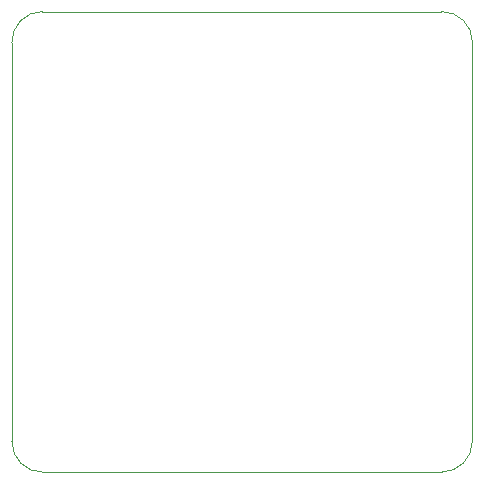
<source format=gbr>
%TF.GenerationSoftware,KiCad,Pcbnew,9.0.6*%
%TF.CreationDate,2026-01-08T09:33:55+01:00*%
%TF.ProjectId,Adapat_24pin_22pin,41646170-6174-45f3-9234-70696e5f3232,rev?*%
%TF.SameCoordinates,Original*%
%TF.FileFunction,Profile,NP*%
%FSLAX46Y46*%
G04 Gerber Fmt 4.6, Leading zero omitted, Abs format (unit mm)*
G04 Created by KiCad (PCBNEW 9.0.6) date 2026-01-08 09:33:55*
%MOMM*%
%LPD*%
G01*
G04 APERTURE LIST*
%TA.AperFunction,Profile*%
%ADD10C,0.050000*%
%TD*%
G04 APERTURE END LIST*
D10*
X18622189Y-55000000D02*
X52379844Y-55000000D01*
X55000000Y-52341242D02*
G75*
G02*
X52379844Y-54999987I-2626600J-31958D01*
G01*
X52377822Y-16000000D02*
G75*
G02*
X54999989Y-18583383I31978J-2590000D01*
G01*
X16000000Y-18622189D02*
G75*
G02*
X18583383Y-16000001I2590000J31999D01*
G01*
X16000001Y-18622189D02*
X16000000Y-52416021D01*
X18622192Y-55000000D02*
G75*
G02*
X16000011Y-52416827I-31992J2590000D01*
G01*
X55000000Y-52341276D02*
X55000000Y-18590000D01*
X52377811Y-16000000D02*
X18583383Y-16000000D01*
M02*

</source>
